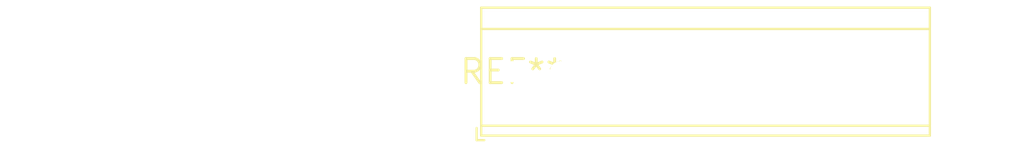
<source format=kicad_pcb>
(kicad_pcb (version 20240108) (generator pcbnew)
  (layers (0 "F.Cu" signal) (31 "B.Cu" signal) (34 "B.Paste" user) (35 "F.Paste" user) (36 "B.SilkS" user "B.Silkscreen") (37 "F.SilkS" user "F.Silkscreen") (38 "B.Mask" user) (39 "F.Mask" user) (44 "Edge.Cuts" user))
  (net 0 "")
  (footprint "TerminalBlock_TE_282834-9_1x09_P2.54mm_Horizontal" (layer "F.Cu") (at 0 0)
    (property "Reference" "REF**")
    (property "Value" "TerminalBlock_TE_282834-9_1x09_P2.54mm_Horizontal")
    (fp_line (start -1.86 2.97) (end -1.86 3.61) (layer "F.SilkS") (stroke (width 0.12)))
    (fp_line (start -1.86 3.61) (end -1.46 3.61) (layer "F.SilkS") (stroke (width 0.12)))
    (fp_line (start -1.62 -3.37) (end -1.62 3.37) (layer "F.SilkS") (stroke (width 0.12)))
    (fp_line (start -1.62 -3.37) (end 21.94 -3.37) (layer "F.SilkS") (stroke (width 0.12)))
    (fp_line (start -1.62 -2.25) (end 21.94 -2.25) (layer "F.SilkS") (stroke (width 0.12)))
    (fp_line (start -1.62 2.85) (end 21.94 2.85) (layer "F.SilkS") (stroke (width 0.12)))
    (fp_line (start -1.62 3.37) (end 21.94 3.37) (layer "F.SilkS") (stroke (width 0.12)))
    (fp_line (start 21.94 -3.37) (end 21.94 3.37) (layer "F.SilkS") (stroke (width 0.12)))
    (pad "1" thru_hole rect (at 0 0) (size 2.1 2.1) (drill 1.1) (layers *.Cu *.Mask) (remove_unused_layers))
    (pad "2" thru_hole circle (at 2.54 0) (size 2.1 2.1) (drill 1.1) (layers *.Cu *.Mask) (remove_unused_layers))
    (pad "3" thru_hole circle (at 5.08 0) (size 2.1 2.1) (drill 1.1) (layers *.Cu *.Mask) (remove_unused_layers))
    (pad "4" thru_hole circle (at 7.62 0) (size 2.1 2.1) (drill 1.1) (layers *.Cu *.Mask) (remove_unused_layers))
    (pad "5" thru_hole circle (at 10.16 0) (size 2.1 2.1) (drill 1.1) (layers *.Cu *.Mask) (remove_unused_layers))
    (pad "6" thru_hole circle (at 12.7 0) (size 2.1 2.1) (drill 1.1) (layers *.Cu *.Mask) (remove_unused_layers))
    (pad "7" thru_hole circle (at 15.24 0) (size 2.1 2.1) (drill 1.1) (layers *.Cu *.Mask) (remove_unused_layers))
    (pad "8" thru_hole circle (at 17.78 0) (size 2.1 2.1) (drill 1.1) (layers *.Cu *.Mask) (remove_unused_layers))
    (pad "9" thru_hole circle (at 20.32 0) (size 2.1 2.1) (drill 1.1) (layers *.Cu *.Mask) (remove_unused_layers))
  )
)
</source>
